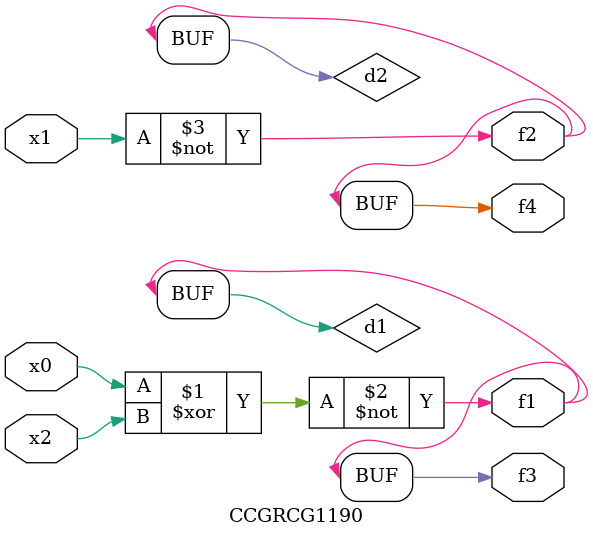
<source format=v>
module CCGRCG1190(
	input x0, x1, x2,
	output f1, f2, f3, f4
);

	wire d1, d2, d3;

	xnor (d1, x0, x2);
	nand (d2, x1);
	nor (d3, x1, x2);
	assign f1 = d1;
	assign f2 = d2;
	assign f3 = d1;
	assign f4 = d2;
endmodule

</source>
